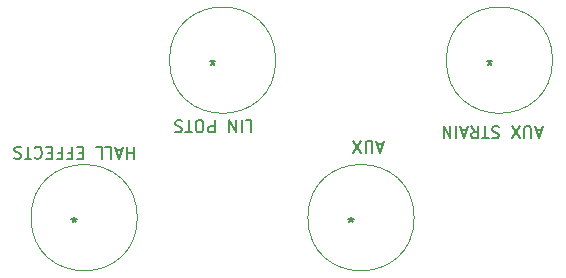
<source format=gbr>
%TF.GenerationSoftware,KiCad,Pcbnew,7.0.9*%
%TF.CreationDate,2024-04-07T02:28:49-04:00*%
%TF.ProjectId,rearbox_peripheral_io_top,72656172-626f-4785-9f70-657269706865,rev?*%
%TF.SameCoordinates,Original*%
%TF.FileFunction,Legend,Top*%
%TF.FilePolarity,Positive*%
%FSLAX46Y46*%
G04 Gerber Fmt 4.6, Leading zero omitted, Abs format (unit mm)*
G04 Created by KiCad (PCBNEW 7.0.9) date 2024-04-07 02:28:49*
%MOMM*%
%LPD*%
G01*
G04 APERTURE LIST*
%ADD10C,0.150000*%
%ADD11C,0.100000*%
G04 APERTURE END LIST*
D10*
X98704230Y-60734580D02*
X99180420Y-60734580D01*
X99180420Y-60734580D02*
X99180420Y-61734580D01*
X98370896Y-60734580D02*
X98370896Y-61734580D01*
X97894706Y-60734580D02*
X97894706Y-61734580D01*
X97894706Y-61734580D02*
X97323278Y-60734580D01*
X97323278Y-60734580D02*
X97323278Y-61734580D01*
X96085182Y-60734580D02*
X96085182Y-61734580D01*
X96085182Y-61734580D02*
X95704230Y-61734580D01*
X95704230Y-61734580D02*
X95608992Y-61686961D01*
X95608992Y-61686961D02*
X95561373Y-61639342D01*
X95561373Y-61639342D02*
X95513754Y-61544104D01*
X95513754Y-61544104D02*
X95513754Y-61401247D01*
X95513754Y-61401247D02*
X95561373Y-61306009D01*
X95561373Y-61306009D02*
X95608992Y-61258390D01*
X95608992Y-61258390D02*
X95704230Y-61210771D01*
X95704230Y-61210771D02*
X96085182Y-61210771D01*
X94894706Y-61734580D02*
X94704230Y-61734580D01*
X94704230Y-61734580D02*
X94608992Y-61686961D01*
X94608992Y-61686961D02*
X94513754Y-61591723D01*
X94513754Y-61591723D02*
X94466135Y-61401247D01*
X94466135Y-61401247D02*
X94466135Y-61067914D01*
X94466135Y-61067914D02*
X94513754Y-60877438D01*
X94513754Y-60877438D02*
X94608992Y-60782200D01*
X94608992Y-60782200D02*
X94704230Y-60734580D01*
X94704230Y-60734580D02*
X94894706Y-60734580D01*
X94894706Y-60734580D02*
X94989944Y-60782200D01*
X94989944Y-60782200D02*
X95085182Y-60877438D01*
X95085182Y-60877438D02*
X95132801Y-61067914D01*
X95132801Y-61067914D02*
X95132801Y-61401247D01*
X95132801Y-61401247D02*
X95085182Y-61591723D01*
X95085182Y-61591723D02*
X94989944Y-61686961D01*
X94989944Y-61686961D02*
X94894706Y-61734580D01*
X94180420Y-61734580D02*
X93608992Y-61734580D01*
X93894706Y-60734580D02*
X93894706Y-61734580D01*
X93323277Y-60782200D02*
X93180420Y-60734580D01*
X93180420Y-60734580D02*
X92942325Y-60734580D01*
X92942325Y-60734580D02*
X92847087Y-60782200D01*
X92847087Y-60782200D02*
X92799468Y-60829819D01*
X92799468Y-60829819D02*
X92751849Y-60925057D01*
X92751849Y-60925057D02*
X92751849Y-61020295D01*
X92751849Y-61020295D02*
X92799468Y-61115533D01*
X92799468Y-61115533D02*
X92847087Y-61163152D01*
X92847087Y-61163152D02*
X92942325Y-61210771D01*
X92942325Y-61210771D02*
X93132801Y-61258390D01*
X93132801Y-61258390D02*
X93228039Y-61306009D01*
X93228039Y-61306009D02*
X93275658Y-61353628D01*
X93275658Y-61353628D02*
X93323277Y-61448866D01*
X93323277Y-61448866D02*
X93323277Y-61544104D01*
X93323277Y-61544104D02*
X93275658Y-61639342D01*
X93275658Y-61639342D02*
X93228039Y-61686961D01*
X93228039Y-61686961D02*
X93132801Y-61734580D01*
X93132801Y-61734580D02*
X92894706Y-61734580D01*
X92894706Y-61734580D02*
X92751849Y-61686961D01*
X123764439Y-61528295D02*
X123288249Y-61528295D01*
X123859677Y-61242580D02*
X123526344Y-62242580D01*
X123526344Y-62242580D02*
X123193011Y-61242580D01*
X122859677Y-62242580D02*
X122859677Y-61433057D01*
X122859677Y-61433057D02*
X122812058Y-61337819D01*
X122812058Y-61337819D02*
X122764439Y-61290200D01*
X122764439Y-61290200D02*
X122669201Y-61242580D01*
X122669201Y-61242580D02*
X122478725Y-61242580D01*
X122478725Y-61242580D02*
X122383487Y-61290200D01*
X122383487Y-61290200D02*
X122335868Y-61337819D01*
X122335868Y-61337819D02*
X122288249Y-61433057D01*
X122288249Y-61433057D02*
X122288249Y-62242580D01*
X121907296Y-62242580D02*
X121240630Y-61242580D01*
X121240630Y-62242580D02*
X121907296Y-61242580D01*
X120145391Y-61290200D02*
X120002534Y-61242580D01*
X120002534Y-61242580D02*
X119764439Y-61242580D01*
X119764439Y-61242580D02*
X119669201Y-61290200D01*
X119669201Y-61290200D02*
X119621582Y-61337819D01*
X119621582Y-61337819D02*
X119573963Y-61433057D01*
X119573963Y-61433057D02*
X119573963Y-61528295D01*
X119573963Y-61528295D02*
X119621582Y-61623533D01*
X119621582Y-61623533D02*
X119669201Y-61671152D01*
X119669201Y-61671152D02*
X119764439Y-61718771D01*
X119764439Y-61718771D02*
X119954915Y-61766390D01*
X119954915Y-61766390D02*
X120050153Y-61814009D01*
X120050153Y-61814009D02*
X120097772Y-61861628D01*
X120097772Y-61861628D02*
X120145391Y-61956866D01*
X120145391Y-61956866D02*
X120145391Y-62052104D01*
X120145391Y-62052104D02*
X120097772Y-62147342D01*
X120097772Y-62147342D02*
X120050153Y-62194961D01*
X120050153Y-62194961D02*
X119954915Y-62242580D01*
X119954915Y-62242580D02*
X119716820Y-62242580D01*
X119716820Y-62242580D02*
X119573963Y-62194961D01*
X119288248Y-62242580D02*
X118716820Y-62242580D01*
X119002534Y-61242580D02*
X119002534Y-62242580D01*
X117812058Y-61242580D02*
X118145391Y-61718771D01*
X118383486Y-61242580D02*
X118383486Y-62242580D01*
X118383486Y-62242580D02*
X118002534Y-62242580D01*
X118002534Y-62242580D02*
X117907296Y-62194961D01*
X117907296Y-62194961D02*
X117859677Y-62147342D01*
X117859677Y-62147342D02*
X117812058Y-62052104D01*
X117812058Y-62052104D02*
X117812058Y-61909247D01*
X117812058Y-61909247D02*
X117859677Y-61814009D01*
X117859677Y-61814009D02*
X117907296Y-61766390D01*
X117907296Y-61766390D02*
X118002534Y-61718771D01*
X118002534Y-61718771D02*
X118383486Y-61718771D01*
X117431105Y-61528295D02*
X116954915Y-61528295D01*
X117526343Y-61242580D02*
X117193010Y-62242580D01*
X117193010Y-62242580D02*
X116859677Y-61242580D01*
X116526343Y-61242580D02*
X116526343Y-62242580D01*
X116050153Y-61242580D02*
X116050153Y-62242580D01*
X116050153Y-62242580D02*
X115478725Y-61242580D01*
X115478725Y-61242580D02*
X115478725Y-62242580D01*
X89223620Y-62969780D02*
X89223620Y-63969780D01*
X89223620Y-63493590D02*
X88652192Y-63493590D01*
X88652192Y-62969780D02*
X88652192Y-63969780D01*
X88223620Y-63255495D02*
X87747430Y-63255495D01*
X88318858Y-62969780D02*
X87985525Y-63969780D01*
X87985525Y-63969780D02*
X87652192Y-62969780D01*
X86842668Y-62969780D02*
X87318858Y-62969780D01*
X87318858Y-62969780D02*
X87318858Y-63969780D01*
X86033144Y-62969780D02*
X86509334Y-62969780D01*
X86509334Y-62969780D02*
X86509334Y-63969780D01*
X84937905Y-63493590D02*
X84604572Y-63493590D01*
X84461715Y-62969780D02*
X84937905Y-62969780D01*
X84937905Y-62969780D02*
X84937905Y-63969780D01*
X84937905Y-63969780D02*
X84461715Y-63969780D01*
X83699810Y-63493590D02*
X84033143Y-63493590D01*
X84033143Y-62969780D02*
X84033143Y-63969780D01*
X84033143Y-63969780D02*
X83556953Y-63969780D01*
X82842667Y-63493590D02*
X83176000Y-63493590D01*
X83176000Y-62969780D02*
X83176000Y-63969780D01*
X83176000Y-63969780D02*
X82699810Y-63969780D01*
X82318857Y-63493590D02*
X81985524Y-63493590D01*
X81842667Y-62969780D02*
X82318857Y-62969780D01*
X82318857Y-62969780D02*
X82318857Y-63969780D01*
X82318857Y-63969780D02*
X81842667Y-63969780D01*
X80842667Y-63065019D02*
X80890286Y-63017400D01*
X80890286Y-63017400D02*
X81033143Y-62969780D01*
X81033143Y-62969780D02*
X81128381Y-62969780D01*
X81128381Y-62969780D02*
X81271238Y-63017400D01*
X81271238Y-63017400D02*
X81366476Y-63112638D01*
X81366476Y-63112638D02*
X81414095Y-63207876D01*
X81414095Y-63207876D02*
X81461714Y-63398352D01*
X81461714Y-63398352D02*
X81461714Y-63541209D01*
X81461714Y-63541209D02*
X81414095Y-63731685D01*
X81414095Y-63731685D02*
X81366476Y-63826923D01*
X81366476Y-63826923D02*
X81271238Y-63922161D01*
X81271238Y-63922161D02*
X81128381Y-63969780D01*
X81128381Y-63969780D02*
X81033143Y-63969780D01*
X81033143Y-63969780D02*
X80890286Y-63922161D01*
X80890286Y-63922161D02*
X80842667Y-63874542D01*
X80556952Y-63969780D02*
X79985524Y-63969780D01*
X80271238Y-62969780D02*
X80271238Y-63969780D01*
X79699809Y-63017400D02*
X79556952Y-62969780D01*
X79556952Y-62969780D02*
X79318857Y-62969780D01*
X79318857Y-62969780D02*
X79223619Y-63017400D01*
X79223619Y-63017400D02*
X79176000Y-63065019D01*
X79176000Y-63065019D02*
X79128381Y-63160257D01*
X79128381Y-63160257D02*
X79128381Y-63255495D01*
X79128381Y-63255495D02*
X79176000Y-63350733D01*
X79176000Y-63350733D02*
X79223619Y-63398352D01*
X79223619Y-63398352D02*
X79318857Y-63445971D01*
X79318857Y-63445971D02*
X79509333Y-63493590D01*
X79509333Y-63493590D02*
X79604571Y-63541209D01*
X79604571Y-63541209D02*
X79652190Y-63588828D01*
X79652190Y-63588828D02*
X79699809Y-63684066D01*
X79699809Y-63684066D02*
X79699809Y-63779304D01*
X79699809Y-63779304D02*
X79652190Y-63874542D01*
X79652190Y-63874542D02*
X79604571Y-63922161D01*
X79604571Y-63922161D02*
X79509333Y-63969780D01*
X79509333Y-63969780D02*
X79271238Y-63969780D01*
X79271238Y-63969780D02*
X79128381Y-63922161D01*
X110353239Y-62747495D02*
X109877049Y-62747495D01*
X110448477Y-62461780D02*
X110115144Y-63461780D01*
X110115144Y-63461780D02*
X109781811Y-62461780D01*
X109448477Y-63461780D02*
X109448477Y-62652257D01*
X109448477Y-62652257D02*
X109400858Y-62557019D01*
X109400858Y-62557019D02*
X109353239Y-62509400D01*
X109353239Y-62509400D02*
X109258001Y-62461780D01*
X109258001Y-62461780D02*
X109067525Y-62461780D01*
X109067525Y-62461780D02*
X108972287Y-62509400D01*
X108972287Y-62509400D02*
X108924668Y-62557019D01*
X108924668Y-62557019D02*
X108877049Y-62652257D01*
X108877049Y-62652257D02*
X108877049Y-63461780D01*
X108496096Y-63461780D02*
X107829430Y-62461780D01*
X107829430Y-63461780D02*
X108496096Y-62461780D01*
X119356022Y-55594248D02*
X119356022Y-55832343D01*
X119117927Y-55737105D02*
X119356022Y-55832343D01*
X119356022Y-55832343D02*
X119594117Y-55737105D01*
X119213165Y-56022819D02*
X119356022Y-55832343D01*
X119356022Y-55832343D02*
X119498879Y-56022819D01*
X119356022Y-55594248D02*
X119356022Y-55832343D01*
X119117927Y-55737105D02*
X119356022Y-55832343D01*
X119356022Y-55832343D02*
X119594117Y-55737105D01*
X119213165Y-56022819D02*
X119356022Y-55832343D01*
X119356022Y-55832343D02*
X119498879Y-56022819D01*
X95916022Y-55594247D02*
X95916022Y-55832342D01*
X95677927Y-55737104D02*
X95916022Y-55832342D01*
X95916022Y-55832342D02*
X96154117Y-55737104D01*
X95773165Y-56022818D02*
X95916022Y-55832342D01*
X95916022Y-55832342D02*
X96058879Y-56022818D01*
X95916022Y-55594247D02*
X95916022Y-55832342D01*
X95677927Y-55737104D02*
X95916022Y-55832342D01*
X95916022Y-55832342D02*
X96154117Y-55737104D01*
X95773165Y-56022818D02*
X95916022Y-55832342D01*
X95916022Y-55832342D02*
X96058879Y-56022818D01*
X84196022Y-68924677D02*
X84196022Y-69162772D01*
X83957927Y-69067534D02*
X84196022Y-69162772D01*
X84196022Y-69162772D02*
X84434117Y-69067534D01*
X84053165Y-69353248D02*
X84196022Y-69162772D01*
X84196022Y-69162772D02*
X84338879Y-69353248D01*
X84196022Y-68924677D02*
X84196022Y-69162772D01*
X83957927Y-69067534D02*
X84196022Y-69162772D01*
X84196022Y-69162772D02*
X84434117Y-69067534D01*
X84053165Y-69353248D02*
X84196022Y-69162772D01*
X84196022Y-69162772D02*
X84338879Y-69353248D01*
X107636022Y-68924678D02*
X107636022Y-69162773D01*
X107397927Y-69067535D02*
X107636022Y-69162773D01*
X107636022Y-69162773D02*
X107874117Y-69067535D01*
X107493165Y-69353249D02*
X107636022Y-69162773D01*
X107636022Y-69162773D02*
X107778879Y-69353249D01*
X107636022Y-68924678D02*
X107636022Y-69162773D01*
X107397927Y-69067535D02*
X107636022Y-69162773D01*
X107636022Y-69162773D02*
X107874117Y-69067535D01*
X107493165Y-69353249D02*
X107636022Y-69162773D01*
X107636022Y-69162773D02*
X107778879Y-69353249D01*
D11*
%TO.C,J3*%
X124696000Y-55638630D02*
G75*
G03*
X124696000Y-55638630I-4500000J0D01*
G01*
%TO.C,J2*%
X101256000Y-55638629D02*
G75*
G03*
X101256000Y-55638629I-4500000J0D01*
G01*
%TO.C,J4*%
X89536000Y-68969059D02*
G75*
G03*
X89536000Y-68969059I-4500000J0D01*
G01*
%TO.C,J5*%
X112976000Y-68969060D02*
G75*
G03*
X112976000Y-68969060I-4500000J0D01*
G01*
%TD*%
M02*

</source>
